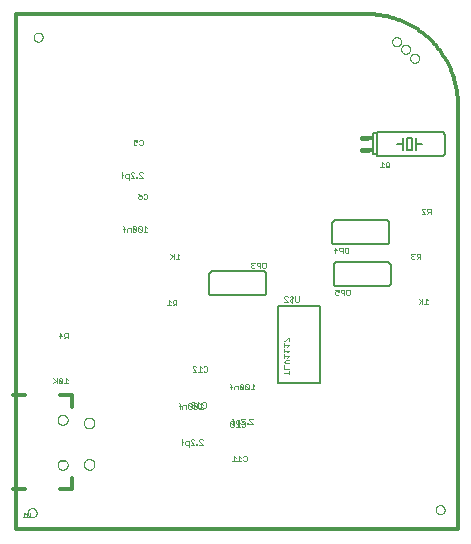
<source format=gbo>
G75*
%MOIN*%
%OFA0B0*%
%FSLAX25Y25*%
%IPPOS*%
%LPD*%
%AMOC8*
5,1,8,0,0,1.08239X$1,22.5*
%
%ADD10C,0.01200*%
%ADD11C,0.00000*%
%ADD12C,0.00200*%
%ADD13C,0.00600*%
%ADD14C,0.01600*%
%ADD15R,0.02300X0.01600*%
%ADD16C,0.00800*%
%ADD17C,0.00100*%
D10*
X0040433Y0036433D02*
X0040433Y0208134D01*
X0157860Y0208134D01*
X0158591Y0208119D01*
X0159321Y0208087D01*
X0160050Y0208036D01*
X0160778Y0207969D01*
X0161504Y0207883D01*
X0162227Y0207780D01*
X0162948Y0207660D01*
X0163666Y0207522D01*
X0164380Y0207368D01*
X0165091Y0207195D01*
X0165797Y0207006D01*
X0166498Y0206800D01*
X0167194Y0206576D01*
X0167884Y0206337D01*
X0168568Y0206080D01*
X0169246Y0205807D01*
X0169918Y0205518D01*
X0170582Y0205212D01*
X0171238Y0204891D01*
X0171886Y0204554D01*
X0172527Y0204201D01*
X0173158Y0203833D01*
X0173780Y0203449D01*
X0174393Y0203051D01*
X0174996Y0202638D01*
X0175589Y0202211D01*
X0176172Y0201769D01*
X0176743Y0201314D01*
X0177304Y0200845D01*
X0177853Y0200362D01*
X0178390Y0199866D01*
X0178915Y0199358D01*
X0179427Y0198837D01*
X0179927Y0198304D01*
X0180414Y0197758D01*
X0180887Y0197202D01*
X0181347Y0196633D01*
X0181793Y0196054D01*
X0182225Y0195465D01*
X0182642Y0194865D01*
X0183045Y0194255D01*
X0183433Y0193636D01*
X0183806Y0193007D01*
X0184164Y0192370D01*
X0184506Y0191724D01*
X0184832Y0191070D01*
X0185143Y0190408D01*
X0185437Y0189739D01*
X0185715Y0189063D01*
X0185977Y0188381D01*
X0186222Y0187692D01*
X0186451Y0186998D01*
X0186663Y0186299D01*
X0186857Y0185594D01*
X0187035Y0184885D01*
X0187195Y0184172D01*
X0187339Y0183455D01*
X0187464Y0182735D01*
X0187573Y0182013D01*
X0187664Y0181287D01*
X0187737Y0180560D01*
X0187793Y0179831D01*
X0187831Y0179101D01*
X0187851Y0178371D01*
X0187854Y0177640D01*
X0187854Y0036433D01*
X0040433Y0036433D01*
X0039559Y0049685D02*
X0043496Y0049685D01*
X0055307Y0049713D02*
X0055307Y0049685D01*
X0055307Y0049713D02*
X0059173Y0049713D01*
X0059244Y0049685D02*
X0059244Y0053622D01*
X0059244Y0077244D02*
X0059244Y0081181D01*
X0055307Y0081181D01*
X0043496Y0081181D02*
X0039559Y0081181D01*
D11*
X0054421Y0072913D02*
X0054423Y0072994D01*
X0054429Y0073076D01*
X0054439Y0073157D01*
X0054453Y0073237D01*
X0054470Y0073316D01*
X0054492Y0073395D01*
X0054517Y0073472D01*
X0054546Y0073549D01*
X0054579Y0073623D01*
X0054616Y0073696D01*
X0054655Y0073767D01*
X0054699Y0073836D01*
X0054745Y0073903D01*
X0054795Y0073967D01*
X0054848Y0074029D01*
X0054904Y0074089D01*
X0054962Y0074145D01*
X0055024Y0074199D01*
X0055088Y0074250D01*
X0055154Y0074297D01*
X0055222Y0074341D01*
X0055293Y0074382D01*
X0055365Y0074419D01*
X0055440Y0074453D01*
X0055515Y0074483D01*
X0055593Y0074509D01*
X0055671Y0074532D01*
X0055750Y0074550D01*
X0055830Y0074565D01*
X0055911Y0074576D01*
X0055992Y0074583D01*
X0056074Y0074586D01*
X0056155Y0074585D01*
X0056236Y0074580D01*
X0056317Y0074571D01*
X0056398Y0074558D01*
X0056478Y0074541D01*
X0056556Y0074521D01*
X0056634Y0074496D01*
X0056711Y0074468D01*
X0056786Y0074436D01*
X0056859Y0074401D01*
X0056930Y0074362D01*
X0057000Y0074319D01*
X0057067Y0074274D01*
X0057133Y0074225D01*
X0057195Y0074173D01*
X0057255Y0074117D01*
X0057312Y0074059D01*
X0057367Y0073999D01*
X0057418Y0073935D01*
X0057466Y0073870D01*
X0057511Y0073802D01*
X0057553Y0073732D01*
X0057591Y0073660D01*
X0057626Y0073586D01*
X0057657Y0073511D01*
X0057684Y0073434D01*
X0057707Y0073356D01*
X0057727Y0073277D01*
X0057743Y0073197D01*
X0057755Y0073116D01*
X0057763Y0073035D01*
X0057767Y0072954D01*
X0057767Y0072872D01*
X0057763Y0072791D01*
X0057755Y0072710D01*
X0057743Y0072629D01*
X0057727Y0072549D01*
X0057707Y0072470D01*
X0057684Y0072392D01*
X0057657Y0072315D01*
X0057626Y0072240D01*
X0057591Y0072166D01*
X0057553Y0072094D01*
X0057511Y0072024D01*
X0057466Y0071956D01*
X0057418Y0071891D01*
X0057367Y0071827D01*
X0057312Y0071767D01*
X0057255Y0071709D01*
X0057195Y0071653D01*
X0057133Y0071601D01*
X0057067Y0071552D01*
X0057000Y0071507D01*
X0056931Y0071464D01*
X0056859Y0071425D01*
X0056786Y0071390D01*
X0056711Y0071358D01*
X0056634Y0071330D01*
X0056556Y0071305D01*
X0056478Y0071285D01*
X0056398Y0071268D01*
X0056317Y0071255D01*
X0056236Y0071246D01*
X0056155Y0071241D01*
X0056074Y0071240D01*
X0055992Y0071243D01*
X0055911Y0071250D01*
X0055830Y0071261D01*
X0055750Y0071276D01*
X0055671Y0071294D01*
X0055593Y0071317D01*
X0055515Y0071343D01*
X0055440Y0071373D01*
X0055365Y0071407D01*
X0055293Y0071444D01*
X0055222Y0071485D01*
X0055154Y0071529D01*
X0055088Y0071576D01*
X0055024Y0071627D01*
X0054962Y0071681D01*
X0054904Y0071737D01*
X0054848Y0071797D01*
X0054795Y0071859D01*
X0054745Y0071923D01*
X0054699Y0071990D01*
X0054655Y0072059D01*
X0054616Y0072130D01*
X0054579Y0072203D01*
X0054546Y0072277D01*
X0054517Y0072354D01*
X0054492Y0072431D01*
X0054470Y0072510D01*
X0054453Y0072589D01*
X0054439Y0072669D01*
X0054429Y0072750D01*
X0054423Y0072832D01*
X0054421Y0072913D01*
X0063161Y0071823D02*
X0063163Y0071907D01*
X0063169Y0071990D01*
X0063179Y0072073D01*
X0063193Y0072156D01*
X0063210Y0072238D01*
X0063232Y0072319D01*
X0063257Y0072398D01*
X0063286Y0072477D01*
X0063319Y0072554D01*
X0063355Y0072629D01*
X0063395Y0072703D01*
X0063438Y0072775D01*
X0063485Y0072844D01*
X0063535Y0072911D01*
X0063588Y0072976D01*
X0063644Y0073038D01*
X0063702Y0073098D01*
X0063764Y0073155D01*
X0063828Y0073208D01*
X0063895Y0073259D01*
X0063964Y0073306D01*
X0064035Y0073351D01*
X0064108Y0073391D01*
X0064183Y0073428D01*
X0064260Y0073462D01*
X0064338Y0073492D01*
X0064417Y0073518D01*
X0064498Y0073541D01*
X0064580Y0073559D01*
X0064662Y0073574D01*
X0064745Y0073585D01*
X0064828Y0073592D01*
X0064912Y0073595D01*
X0064996Y0073594D01*
X0065079Y0073589D01*
X0065163Y0073580D01*
X0065245Y0073567D01*
X0065327Y0073551D01*
X0065408Y0073530D01*
X0065489Y0073506D01*
X0065567Y0073478D01*
X0065645Y0073446D01*
X0065721Y0073410D01*
X0065795Y0073371D01*
X0065867Y0073329D01*
X0065937Y0073283D01*
X0066005Y0073234D01*
X0066070Y0073182D01*
X0066133Y0073127D01*
X0066193Y0073069D01*
X0066251Y0073008D01*
X0066305Y0072944D01*
X0066357Y0072878D01*
X0066405Y0072810D01*
X0066450Y0072739D01*
X0066491Y0072666D01*
X0066530Y0072592D01*
X0066564Y0072516D01*
X0066595Y0072438D01*
X0066622Y0072359D01*
X0066646Y0072278D01*
X0066665Y0072197D01*
X0066681Y0072115D01*
X0066693Y0072032D01*
X0066701Y0071948D01*
X0066705Y0071865D01*
X0066705Y0071781D01*
X0066701Y0071698D01*
X0066693Y0071614D01*
X0066681Y0071531D01*
X0066665Y0071449D01*
X0066646Y0071368D01*
X0066622Y0071287D01*
X0066595Y0071208D01*
X0066564Y0071130D01*
X0066530Y0071054D01*
X0066491Y0070980D01*
X0066450Y0070907D01*
X0066405Y0070836D01*
X0066357Y0070768D01*
X0066305Y0070702D01*
X0066251Y0070638D01*
X0066193Y0070577D01*
X0066133Y0070519D01*
X0066070Y0070464D01*
X0066005Y0070412D01*
X0065937Y0070363D01*
X0065867Y0070317D01*
X0065795Y0070275D01*
X0065721Y0070236D01*
X0065645Y0070200D01*
X0065567Y0070168D01*
X0065489Y0070140D01*
X0065408Y0070116D01*
X0065327Y0070095D01*
X0065245Y0070079D01*
X0065163Y0070066D01*
X0065079Y0070057D01*
X0064996Y0070052D01*
X0064912Y0070051D01*
X0064828Y0070054D01*
X0064745Y0070061D01*
X0064662Y0070072D01*
X0064580Y0070087D01*
X0064498Y0070105D01*
X0064417Y0070128D01*
X0064338Y0070154D01*
X0064260Y0070184D01*
X0064183Y0070218D01*
X0064108Y0070255D01*
X0064035Y0070295D01*
X0063964Y0070340D01*
X0063895Y0070387D01*
X0063828Y0070438D01*
X0063764Y0070491D01*
X0063702Y0070548D01*
X0063644Y0070608D01*
X0063588Y0070670D01*
X0063535Y0070735D01*
X0063485Y0070802D01*
X0063438Y0070871D01*
X0063395Y0070943D01*
X0063355Y0071017D01*
X0063319Y0071092D01*
X0063286Y0071169D01*
X0063257Y0071248D01*
X0063232Y0071327D01*
X0063210Y0071408D01*
X0063193Y0071490D01*
X0063179Y0071573D01*
X0063169Y0071656D01*
X0063163Y0071739D01*
X0063161Y0071823D01*
X0063161Y0058043D02*
X0063163Y0058127D01*
X0063169Y0058210D01*
X0063179Y0058293D01*
X0063193Y0058376D01*
X0063210Y0058458D01*
X0063232Y0058539D01*
X0063257Y0058618D01*
X0063286Y0058697D01*
X0063319Y0058774D01*
X0063355Y0058849D01*
X0063395Y0058923D01*
X0063438Y0058995D01*
X0063485Y0059064D01*
X0063535Y0059131D01*
X0063588Y0059196D01*
X0063644Y0059258D01*
X0063702Y0059318D01*
X0063764Y0059375D01*
X0063828Y0059428D01*
X0063895Y0059479D01*
X0063964Y0059526D01*
X0064035Y0059571D01*
X0064108Y0059611D01*
X0064183Y0059648D01*
X0064260Y0059682D01*
X0064338Y0059712D01*
X0064417Y0059738D01*
X0064498Y0059761D01*
X0064580Y0059779D01*
X0064662Y0059794D01*
X0064745Y0059805D01*
X0064828Y0059812D01*
X0064912Y0059815D01*
X0064996Y0059814D01*
X0065079Y0059809D01*
X0065163Y0059800D01*
X0065245Y0059787D01*
X0065327Y0059771D01*
X0065408Y0059750D01*
X0065489Y0059726D01*
X0065567Y0059698D01*
X0065645Y0059666D01*
X0065721Y0059630D01*
X0065795Y0059591D01*
X0065867Y0059549D01*
X0065937Y0059503D01*
X0066005Y0059454D01*
X0066070Y0059402D01*
X0066133Y0059347D01*
X0066193Y0059289D01*
X0066251Y0059228D01*
X0066305Y0059164D01*
X0066357Y0059098D01*
X0066405Y0059030D01*
X0066450Y0058959D01*
X0066491Y0058886D01*
X0066530Y0058812D01*
X0066564Y0058736D01*
X0066595Y0058658D01*
X0066622Y0058579D01*
X0066646Y0058498D01*
X0066665Y0058417D01*
X0066681Y0058335D01*
X0066693Y0058252D01*
X0066701Y0058168D01*
X0066705Y0058085D01*
X0066705Y0058001D01*
X0066701Y0057918D01*
X0066693Y0057834D01*
X0066681Y0057751D01*
X0066665Y0057669D01*
X0066646Y0057588D01*
X0066622Y0057507D01*
X0066595Y0057428D01*
X0066564Y0057350D01*
X0066530Y0057274D01*
X0066491Y0057200D01*
X0066450Y0057127D01*
X0066405Y0057056D01*
X0066357Y0056988D01*
X0066305Y0056922D01*
X0066251Y0056858D01*
X0066193Y0056797D01*
X0066133Y0056739D01*
X0066070Y0056684D01*
X0066005Y0056632D01*
X0065937Y0056583D01*
X0065867Y0056537D01*
X0065795Y0056495D01*
X0065721Y0056456D01*
X0065645Y0056420D01*
X0065567Y0056388D01*
X0065489Y0056360D01*
X0065408Y0056336D01*
X0065327Y0056315D01*
X0065245Y0056299D01*
X0065163Y0056286D01*
X0065079Y0056277D01*
X0064996Y0056272D01*
X0064912Y0056271D01*
X0064828Y0056274D01*
X0064745Y0056281D01*
X0064662Y0056292D01*
X0064580Y0056307D01*
X0064498Y0056325D01*
X0064417Y0056348D01*
X0064338Y0056374D01*
X0064260Y0056404D01*
X0064183Y0056438D01*
X0064108Y0056475D01*
X0064035Y0056515D01*
X0063964Y0056560D01*
X0063895Y0056607D01*
X0063828Y0056658D01*
X0063764Y0056711D01*
X0063702Y0056768D01*
X0063644Y0056828D01*
X0063588Y0056890D01*
X0063535Y0056955D01*
X0063485Y0057022D01*
X0063438Y0057091D01*
X0063395Y0057163D01*
X0063355Y0057237D01*
X0063319Y0057312D01*
X0063286Y0057389D01*
X0063257Y0057468D01*
X0063232Y0057547D01*
X0063210Y0057628D01*
X0063193Y0057710D01*
X0063179Y0057793D01*
X0063169Y0057876D01*
X0063163Y0057959D01*
X0063161Y0058043D01*
X0057273Y0059133D02*
X0054913Y0059133D01*
X0054421Y0057953D02*
X0054423Y0058034D01*
X0054429Y0058116D01*
X0054439Y0058197D01*
X0054453Y0058277D01*
X0054470Y0058356D01*
X0054492Y0058435D01*
X0054517Y0058512D01*
X0054546Y0058589D01*
X0054579Y0058663D01*
X0054616Y0058736D01*
X0054655Y0058807D01*
X0054699Y0058876D01*
X0054745Y0058943D01*
X0054795Y0059007D01*
X0054848Y0059069D01*
X0054904Y0059129D01*
X0054962Y0059185D01*
X0055024Y0059239D01*
X0055088Y0059290D01*
X0055154Y0059337D01*
X0055222Y0059381D01*
X0055293Y0059422D01*
X0055365Y0059459D01*
X0055440Y0059493D01*
X0055515Y0059523D01*
X0055593Y0059549D01*
X0055671Y0059572D01*
X0055750Y0059590D01*
X0055830Y0059605D01*
X0055911Y0059616D01*
X0055992Y0059623D01*
X0056074Y0059626D01*
X0056155Y0059625D01*
X0056236Y0059620D01*
X0056317Y0059611D01*
X0056398Y0059598D01*
X0056478Y0059581D01*
X0056556Y0059561D01*
X0056634Y0059536D01*
X0056711Y0059508D01*
X0056786Y0059476D01*
X0056859Y0059441D01*
X0056930Y0059402D01*
X0057000Y0059359D01*
X0057067Y0059314D01*
X0057133Y0059265D01*
X0057195Y0059213D01*
X0057255Y0059157D01*
X0057312Y0059099D01*
X0057367Y0059039D01*
X0057418Y0058975D01*
X0057466Y0058910D01*
X0057511Y0058842D01*
X0057553Y0058772D01*
X0057591Y0058700D01*
X0057626Y0058626D01*
X0057657Y0058551D01*
X0057684Y0058474D01*
X0057707Y0058396D01*
X0057727Y0058317D01*
X0057743Y0058237D01*
X0057755Y0058156D01*
X0057763Y0058075D01*
X0057767Y0057994D01*
X0057767Y0057912D01*
X0057763Y0057831D01*
X0057755Y0057750D01*
X0057743Y0057669D01*
X0057727Y0057589D01*
X0057707Y0057510D01*
X0057684Y0057432D01*
X0057657Y0057355D01*
X0057626Y0057280D01*
X0057591Y0057206D01*
X0057553Y0057134D01*
X0057511Y0057064D01*
X0057466Y0056996D01*
X0057418Y0056931D01*
X0057367Y0056867D01*
X0057312Y0056807D01*
X0057255Y0056749D01*
X0057195Y0056693D01*
X0057133Y0056641D01*
X0057067Y0056592D01*
X0057000Y0056547D01*
X0056931Y0056504D01*
X0056859Y0056465D01*
X0056786Y0056430D01*
X0056711Y0056398D01*
X0056634Y0056370D01*
X0056556Y0056345D01*
X0056478Y0056325D01*
X0056398Y0056308D01*
X0056317Y0056295D01*
X0056236Y0056286D01*
X0056155Y0056281D01*
X0056074Y0056280D01*
X0055992Y0056283D01*
X0055911Y0056290D01*
X0055830Y0056301D01*
X0055750Y0056316D01*
X0055671Y0056334D01*
X0055593Y0056357D01*
X0055515Y0056383D01*
X0055440Y0056413D01*
X0055365Y0056447D01*
X0055293Y0056484D01*
X0055222Y0056525D01*
X0055154Y0056569D01*
X0055088Y0056616D01*
X0055024Y0056667D01*
X0054962Y0056721D01*
X0054904Y0056777D01*
X0054848Y0056837D01*
X0054795Y0056899D01*
X0054745Y0056963D01*
X0054699Y0057030D01*
X0054655Y0057099D01*
X0054616Y0057170D01*
X0054579Y0057243D01*
X0054546Y0057317D01*
X0054517Y0057394D01*
X0054492Y0057471D01*
X0054470Y0057550D01*
X0054453Y0057629D01*
X0054439Y0057709D01*
X0054429Y0057790D01*
X0054423Y0057872D01*
X0054421Y0057953D01*
X0044433Y0041933D02*
X0044435Y0042010D01*
X0044441Y0042087D01*
X0044451Y0042164D01*
X0044465Y0042240D01*
X0044482Y0042315D01*
X0044504Y0042389D01*
X0044529Y0042462D01*
X0044559Y0042534D01*
X0044591Y0042604D01*
X0044628Y0042672D01*
X0044667Y0042738D01*
X0044710Y0042802D01*
X0044757Y0042864D01*
X0044806Y0042923D01*
X0044859Y0042980D01*
X0044914Y0043034D01*
X0044972Y0043085D01*
X0045033Y0043133D01*
X0045096Y0043178D01*
X0045161Y0043219D01*
X0045228Y0043257D01*
X0045297Y0043292D01*
X0045368Y0043322D01*
X0045440Y0043350D01*
X0045514Y0043373D01*
X0045588Y0043393D01*
X0045664Y0043409D01*
X0045740Y0043421D01*
X0045817Y0043429D01*
X0045894Y0043433D01*
X0045972Y0043433D01*
X0046049Y0043429D01*
X0046126Y0043421D01*
X0046202Y0043409D01*
X0046278Y0043393D01*
X0046352Y0043373D01*
X0046426Y0043350D01*
X0046498Y0043322D01*
X0046569Y0043292D01*
X0046638Y0043257D01*
X0046705Y0043219D01*
X0046770Y0043178D01*
X0046833Y0043133D01*
X0046894Y0043085D01*
X0046952Y0043034D01*
X0047007Y0042980D01*
X0047060Y0042923D01*
X0047109Y0042864D01*
X0047156Y0042802D01*
X0047199Y0042738D01*
X0047238Y0042672D01*
X0047275Y0042604D01*
X0047307Y0042534D01*
X0047337Y0042462D01*
X0047362Y0042389D01*
X0047384Y0042315D01*
X0047401Y0042240D01*
X0047415Y0042164D01*
X0047425Y0042087D01*
X0047431Y0042010D01*
X0047433Y0041933D01*
X0047431Y0041856D01*
X0047425Y0041779D01*
X0047415Y0041702D01*
X0047401Y0041626D01*
X0047384Y0041551D01*
X0047362Y0041477D01*
X0047337Y0041404D01*
X0047307Y0041332D01*
X0047275Y0041262D01*
X0047238Y0041194D01*
X0047199Y0041128D01*
X0047156Y0041064D01*
X0047109Y0041002D01*
X0047060Y0040943D01*
X0047007Y0040886D01*
X0046952Y0040832D01*
X0046894Y0040781D01*
X0046833Y0040733D01*
X0046770Y0040688D01*
X0046705Y0040647D01*
X0046638Y0040609D01*
X0046569Y0040574D01*
X0046498Y0040544D01*
X0046426Y0040516D01*
X0046352Y0040493D01*
X0046278Y0040473D01*
X0046202Y0040457D01*
X0046126Y0040445D01*
X0046049Y0040437D01*
X0045972Y0040433D01*
X0045894Y0040433D01*
X0045817Y0040437D01*
X0045740Y0040445D01*
X0045664Y0040457D01*
X0045588Y0040473D01*
X0045514Y0040493D01*
X0045440Y0040516D01*
X0045368Y0040544D01*
X0045297Y0040574D01*
X0045228Y0040609D01*
X0045161Y0040647D01*
X0045096Y0040688D01*
X0045033Y0040733D01*
X0044972Y0040781D01*
X0044914Y0040832D01*
X0044859Y0040886D01*
X0044806Y0040943D01*
X0044757Y0041002D01*
X0044710Y0041064D01*
X0044667Y0041128D01*
X0044628Y0041194D01*
X0044591Y0041262D01*
X0044559Y0041332D01*
X0044529Y0041404D01*
X0044504Y0041477D01*
X0044482Y0041551D01*
X0044465Y0041626D01*
X0044451Y0041702D01*
X0044441Y0041779D01*
X0044435Y0041856D01*
X0044433Y0041933D01*
X0171933Y0193433D02*
X0171935Y0193510D01*
X0171941Y0193587D01*
X0171951Y0193664D01*
X0171965Y0193740D01*
X0171982Y0193815D01*
X0172004Y0193889D01*
X0172029Y0193962D01*
X0172059Y0194034D01*
X0172091Y0194104D01*
X0172128Y0194172D01*
X0172167Y0194238D01*
X0172210Y0194302D01*
X0172257Y0194364D01*
X0172306Y0194423D01*
X0172359Y0194480D01*
X0172414Y0194534D01*
X0172472Y0194585D01*
X0172533Y0194633D01*
X0172596Y0194678D01*
X0172661Y0194719D01*
X0172728Y0194757D01*
X0172797Y0194792D01*
X0172868Y0194822D01*
X0172940Y0194850D01*
X0173014Y0194873D01*
X0173088Y0194893D01*
X0173164Y0194909D01*
X0173240Y0194921D01*
X0173317Y0194929D01*
X0173394Y0194933D01*
X0173472Y0194933D01*
X0173549Y0194929D01*
X0173626Y0194921D01*
X0173702Y0194909D01*
X0173778Y0194893D01*
X0173852Y0194873D01*
X0173926Y0194850D01*
X0173998Y0194822D01*
X0174069Y0194792D01*
X0174138Y0194757D01*
X0174205Y0194719D01*
X0174270Y0194678D01*
X0174333Y0194633D01*
X0174394Y0194585D01*
X0174452Y0194534D01*
X0174507Y0194480D01*
X0174560Y0194423D01*
X0174609Y0194364D01*
X0174656Y0194302D01*
X0174699Y0194238D01*
X0174738Y0194172D01*
X0174775Y0194104D01*
X0174807Y0194034D01*
X0174837Y0193962D01*
X0174862Y0193889D01*
X0174884Y0193815D01*
X0174901Y0193740D01*
X0174915Y0193664D01*
X0174925Y0193587D01*
X0174931Y0193510D01*
X0174933Y0193433D01*
X0174931Y0193356D01*
X0174925Y0193279D01*
X0174915Y0193202D01*
X0174901Y0193126D01*
X0174884Y0193051D01*
X0174862Y0192977D01*
X0174837Y0192904D01*
X0174807Y0192832D01*
X0174775Y0192762D01*
X0174738Y0192694D01*
X0174699Y0192628D01*
X0174656Y0192564D01*
X0174609Y0192502D01*
X0174560Y0192443D01*
X0174507Y0192386D01*
X0174452Y0192332D01*
X0174394Y0192281D01*
X0174333Y0192233D01*
X0174270Y0192188D01*
X0174205Y0192147D01*
X0174138Y0192109D01*
X0174069Y0192074D01*
X0173998Y0192044D01*
X0173926Y0192016D01*
X0173852Y0191993D01*
X0173778Y0191973D01*
X0173702Y0191957D01*
X0173626Y0191945D01*
X0173549Y0191937D01*
X0173472Y0191933D01*
X0173394Y0191933D01*
X0173317Y0191937D01*
X0173240Y0191945D01*
X0173164Y0191957D01*
X0173088Y0191973D01*
X0173014Y0191993D01*
X0172940Y0192016D01*
X0172868Y0192044D01*
X0172797Y0192074D01*
X0172728Y0192109D01*
X0172661Y0192147D01*
X0172596Y0192188D01*
X0172533Y0192233D01*
X0172472Y0192281D01*
X0172414Y0192332D01*
X0172359Y0192386D01*
X0172306Y0192443D01*
X0172257Y0192502D01*
X0172210Y0192564D01*
X0172167Y0192628D01*
X0172128Y0192694D01*
X0172091Y0192762D01*
X0172059Y0192832D01*
X0172029Y0192904D01*
X0172004Y0192977D01*
X0171982Y0193051D01*
X0171965Y0193126D01*
X0171951Y0193202D01*
X0171941Y0193279D01*
X0171935Y0193356D01*
X0171933Y0193433D01*
X0168933Y0196433D02*
X0168935Y0196510D01*
X0168941Y0196587D01*
X0168951Y0196664D01*
X0168965Y0196740D01*
X0168982Y0196815D01*
X0169004Y0196889D01*
X0169029Y0196962D01*
X0169059Y0197034D01*
X0169091Y0197104D01*
X0169128Y0197172D01*
X0169167Y0197238D01*
X0169210Y0197302D01*
X0169257Y0197364D01*
X0169306Y0197423D01*
X0169359Y0197480D01*
X0169414Y0197534D01*
X0169472Y0197585D01*
X0169533Y0197633D01*
X0169596Y0197678D01*
X0169661Y0197719D01*
X0169728Y0197757D01*
X0169797Y0197792D01*
X0169868Y0197822D01*
X0169940Y0197850D01*
X0170014Y0197873D01*
X0170088Y0197893D01*
X0170164Y0197909D01*
X0170240Y0197921D01*
X0170317Y0197929D01*
X0170394Y0197933D01*
X0170472Y0197933D01*
X0170549Y0197929D01*
X0170626Y0197921D01*
X0170702Y0197909D01*
X0170778Y0197893D01*
X0170852Y0197873D01*
X0170926Y0197850D01*
X0170998Y0197822D01*
X0171069Y0197792D01*
X0171138Y0197757D01*
X0171205Y0197719D01*
X0171270Y0197678D01*
X0171333Y0197633D01*
X0171394Y0197585D01*
X0171452Y0197534D01*
X0171507Y0197480D01*
X0171560Y0197423D01*
X0171609Y0197364D01*
X0171656Y0197302D01*
X0171699Y0197238D01*
X0171738Y0197172D01*
X0171775Y0197104D01*
X0171807Y0197034D01*
X0171837Y0196962D01*
X0171862Y0196889D01*
X0171884Y0196815D01*
X0171901Y0196740D01*
X0171915Y0196664D01*
X0171925Y0196587D01*
X0171931Y0196510D01*
X0171933Y0196433D01*
X0171931Y0196356D01*
X0171925Y0196279D01*
X0171915Y0196202D01*
X0171901Y0196126D01*
X0171884Y0196051D01*
X0171862Y0195977D01*
X0171837Y0195904D01*
X0171807Y0195832D01*
X0171775Y0195762D01*
X0171738Y0195694D01*
X0171699Y0195628D01*
X0171656Y0195564D01*
X0171609Y0195502D01*
X0171560Y0195443D01*
X0171507Y0195386D01*
X0171452Y0195332D01*
X0171394Y0195281D01*
X0171333Y0195233D01*
X0171270Y0195188D01*
X0171205Y0195147D01*
X0171138Y0195109D01*
X0171069Y0195074D01*
X0170998Y0195044D01*
X0170926Y0195016D01*
X0170852Y0194993D01*
X0170778Y0194973D01*
X0170702Y0194957D01*
X0170626Y0194945D01*
X0170549Y0194937D01*
X0170472Y0194933D01*
X0170394Y0194933D01*
X0170317Y0194937D01*
X0170240Y0194945D01*
X0170164Y0194957D01*
X0170088Y0194973D01*
X0170014Y0194993D01*
X0169940Y0195016D01*
X0169868Y0195044D01*
X0169797Y0195074D01*
X0169728Y0195109D01*
X0169661Y0195147D01*
X0169596Y0195188D01*
X0169533Y0195233D01*
X0169472Y0195281D01*
X0169414Y0195332D01*
X0169359Y0195386D01*
X0169306Y0195443D01*
X0169257Y0195502D01*
X0169210Y0195564D01*
X0169167Y0195628D01*
X0169128Y0195694D01*
X0169091Y0195762D01*
X0169059Y0195832D01*
X0169029Y0195904D01*
X0169004Y0195977D01*
X0168982Y0196051D01*
X0168965Y0196126D01*
X0168951Y0196202D01*
X0168941Y0196279D01*
X0168935Y0196356D01*
X0168933Y0196433D01*
X0165933Y0198933D02*
X0165935Y0199010D01*
X0165941Y0199087D01*
X0165951Y0199164D01*
X0165965Y0199240D01*
X0165982Y0199315D01*
X0166004Y0199389D01*
X0166029Y0199462D01*
X0166059Y0199534D01*
X0166091Y0199604D01*
X0166128Y0199672D01*
X0166167Y0199738D01*
X0166210Y0199802D01*
X0166257Y0199864D01*
X0166306Y0199923D01*
X0166359Y0199980D01*
X0166414Y0200034D01*
X0166472Y0200085D01*
X0166533Y0200133D01*
X0166596Y0200178D01*
X0166661Y0200219D01*
X0166728Y0200257D01*
X0166797Y0200292D01*
X0166868Y0200322D01*
X0166940Y0200350D01*
X0167014Y0200373D01*
X0167088Y0200393D01*
X0167164Y0200409D01*
X0167240Y0200421D01*
X0167317Y0200429D01*
X0167394Y0200433D01*
X0167472Y0200433D01*
X0167549Y0200429D01*
X0167626Y0200421D01*
X0167702Y0200409D01*
X0167778Y0200393D01*
X0167852Y0200373D01*
X0167926Y0200350D01*
X0167998Y0200322D01*
X0168069Y0200292D01*
X0168138Y0200257D01*
X0168205Y0200219D01*
X0168270Y0200178D01*
X0168333Y0200133D01*
X0168394Y0200085D01*
X0168452Y0200034D01*
X0168507Y0199980D01*
X0168560Y0199923D01*
X0168609Y0199864D01*
X0168656Y0199802D01*
X0168699Y0199738D01*
X0168738Y0199672D01*
X0168775Y0199604D01*
X0168807Y0199534D01*
X0168837Y0199462D01*
X0168862Y0199389D01*
X0168884Y0199315D01*
X0168901Y0199240D01*
X0168915Y0199164D01*
X0168925Y0199087D01*
X0168931Y0199010D01*
X0168933Y0198933D01*
X0168931Y0198856D01*
X0168925Y0198779D01*
X0168915Y0198702D01*
X0168901Y0198626D01*
X0168884Y0198551D01*
X0168862Y0198477D01*
X0168837Y0198404D01*
X0168807Y0198332D01*
X0168775Y0198262D01*
X0168738Y0198194D01*
X0168699Y0198128D01*
X0168656Y0198064D01*
X0168609Y0198002D01*
X0168560Y0197943D01*
X0168507Y0197886D01*
X0168452Y0197832D01*
X0168394Y0197781D01*
X0168333Y0197733D01*
X0168270Y0197688D01*
X0168205Y0197647D01*
X0168138Y0197609D01*
X0168069Y0197574D01*
X0167998Y0197544D01*
X0167926Y0197516D01*
X0167852Y0197493D01*
X0167778Y0197473D01*
X0167702Y0197457D01*
X0167626Y0197445D01*
X0167549Y0197437D01*
X0167472Y0197433D01*
X0167394Y0197433D01*
X0167317Y0197437D01*
X0167240Y0197445D01*
X0167164Y0197457D01*
X0167088Y0197473D01*
X0167014Y0197493D01*
X0166940Y0197516D01*
X0166868Y0197544D01*
X0166797Y0197574D01*
X0166728Y0197609D01*
X0166661Y0197647D01*
X0166596Y0197688D01*
X0166533Y0197733D01*
X0166472Y0197781D01*
X0166414Y0197832D01*
X0166359Y0197886D01*
X0166306Y0197943D01*
X0166257Y0198002D01*
X0166210Y0198064D01*
X0166167Y0198128D01*
X0166128Y0198194D01*
X0166091Y0198262D01*
X0166059Y0198332D01*
X0166029Y0198404D01*
X0166004Y0198477D01*
X0165982Y0198551D01*
X0165965Y0198626D01*
X0165951Y0198702D01*
X0165941Y0198779D01*
X0165935Y0198856D01*
X0165933Y0198933D01*
X0046433Y0200433D02*
X0046435Y0200510D01*
X0046441Y0200587D01*
X0046451Y0200664D01*
X0046465Y0200740D01*
X0046482Y0200815D01*
X0046504Y0200889D01*
X0046529Y0200962D01*
X0046559Y0201034D01*
X0046591Y0201104D01*
X0046628Y0201172D01*
X0046667Y0201238D01*
X0046710Y0201302D01*
X0046757Y0201364D01*
X0046806Y0201423D01*
X0046859Y0201480D01*
X0046914Y0201534D01*
X0046972Y0201585D01*
X0047033Y0201633D01*
X0047096Y0201678D01*
X0047161Y0201719D01*
X0047228Y0201757D01*
X0047297Y0201792D01*
X0047368Y0201822D01*
X0047440Y0201850D01*
X0047514Y0201873D01*
X0047588Y0201893D01*
X0047664Y0201909D01*
X0047740Y0201921D01*
X0047817Y0201929D01*
X0047894Y0201933D01*
X0047972Y0201933D01*
X0048049Y0201929D01*
X0048126Y0201921D01*
X0048202Y0201909D01*
X0048278Y0201893D01*
X0048352Y0201873D01*
X0048426Y0201850D01*
X0048498Y0201822D01*
X0048569Y0201792D01*
X0048638Y0201757D01*
X0048705Y0201719D01*
X0048770Y0201678D01*
X0048833Y0201633D01*
X0048894Y0201585D01*
X0048952Y0201534D01*
X0049007Y0201480D01*
X0049060Y0201423D01*
X0049109Y0201364D01*
X0049156Y0201302D01*
X0049199Y0201238D01*
X0049238Y0201172D01*
X0049275Y0201104D01*
X0049307Y0201034D01*
X0049337Y0200962D01*
X0049362Y0200889D01*
X0049384Y0200815D01*
X0049401Y0200740D01*
X0049415Y0200664D01*
X0049425Y0200587D01*
X0049431Y0200510D01*
X0049433Y0200433D01*
X0049431Y0200356D01*
X0049425Y0200279D01*
X0049415Y0200202D01*
X0049401Y0200126D01*
X0049384Y0200051D01*
X0049362Y0199977D01*
X0049337Y0199904D01*
X0049307Y0199832D01*
X0049275Y0199762D01*
X0049238Y0199694D01*
X0049199Y0199628D01*
X0049156Y0199564D01*
X0049109Y0199502D01*
X0049060Y0199443D01*
X0049007Y0199386D01*
X0048952Y0199332D01*
X0048894Y0199281D01*
X0048833Y0199233D01*
X0048770Y0199188D01*
X0048705Y0199147D01*
X0048638Y0199109D01*
X0048569Y0199074D01*
X0048498Y0199044D01*
X0048426Y0199016D01*
X0048352Y0198993D01*
X0048278Y0198973D01*
X0048202Y0198957D01*
X0048126Y0198945D01*
X0048049Y0198937D01*
X0047972Y0198933D01*
X0047894Y0198933D01*
X0047817Y0198937D01*
X0047740Y0198945D01*
X0047664Y0198957D01*
X0047588Y0198973D01*
X0047514Y0198993D01*
X0047440Y0199016D01*
X0047368Y0199044D01*
X0047297Y0199074D01*
X0047228Y0199109D01*
X0047161Y0199147D01*
X0047096Y0199188D01*
X0047033Y0199233D01*
X0046972Y0199281D01*
X0046914Y0199332D01*
X0046859Y0199386D01*
X0046806Y0199443D01*
X0046757Y0199502D01*
X0046710Y0199564D01*
X0046667Y0199628D01*
X0046628Y0199694D01*
X0046591Y0199762D01*
X0046559Y0199832D01*
X0046529Y0199904D01*
X0046504Y0199977D01*
X0046482Y0200051D01*
X0046465Y0200126D01*
X0046451Y0200202D01*
X0046441Y0200279D01*
X0046435Y0200356D01*
X0046433Y0200433D01*
X0180433Y0042933D02*
X0180435Y0043010D01*
X0180441Y0043087D01*
X0180451Y0043164D01*
X0180465Y0043240D01*
X0180482Y0043315D01*
X0180504Y0043389D01*
X0180529Y0043462D01*
X0180559Y0043534D01*
X0180591Y0043604D01*
X0180628Y0043672D01*
X0180667Y0043738D01*
X0180710Y0043802D01*
X0180757Y0043864D01*
X0180806Y0043923D01*
X0180859Y0043980D01*
X0180914Y0044034D01*
X0180972Y0044085D01*
X0181033Y0044133D01*
X0181096Y0044178D01*
X0181161Y0044219D01*
X0181228Y0044257D01*
X0181297Y0044292D01*
X0181368Y0044322D01*
X0181440Y0044350D01*
X0181514Y0044373D01*
X0181588Y0044393D01*
X0181664Y0044409D01*
X0181740Y0044421D01*
X0181817Y0044429D01*
X0181894Y0044433D01*
X0181972Y0044433D01*
X0182049Y0044429D01*
X0182126Y0044421D01*
X0182202Y0044409D01*
X0182278Y0044393D01*
X0182352Y0044373D01*
X0182426Y0044350D01*
X0182498Y0044322D01*
X0182569Y0044292D01*
X0182638Y0044257D01*
X0182705Y0044219D01*
X0182770Y0044178D01*
X0182833Y0044133D01*
X0182894Y0044085D01*
X0182952Y0044034D01*
X0183007Y0043980D01*
X0183060Y0043923D01*
X0183109Y0043864D01*
X0183156Y0043802D01*
X0183199Y0043738D01*
X0183238Y0043672D01*
X0183275Y0043604D01*
X0183307Y0043534D01*
X0183337Y0043462D01*
X0183362Y0043389D01*
X0183384Y0043315D01*
X0183401Y0043240D01*
X0183415Y0043164D01*
X0183425Y0043087D01*
X0183431Y0043010D01*
X0183433Y0042933D01*
X0183431Y0042856D01*
X0183425Y0042779D01*
X0183415Y0042702D01*
X0183401Y0042626D01*
X0183384Y0042551D01*
X0183362Y0042477D01*
X0183337Y0042404D01*
X0183307Y0042332D01*
X0183275Y0042262D01*
X0183238Y0042194D01*
X0183199Y0042128D01*
X0183156Y0042064D01*
X0183109Y0042002D01*
X0183060Y0041943D01*
X0183007Y0041886D01*
X0182952Y0041832D01*
X0182894Y0041781D01*
X0182833Y0041733D01*
X0182770Y0041688D01*
X0182705Y0041647D01*
X0182638Y0041609D01*
X0182569Y0041574D01*
X0182498Y0041544D01*
X0182426Y0041516D01*
X0182352Y0041493D01*
X0182278Y0041473D01*
X0182202Y0041457D01*
X0182126Y0041445D01*
X0182049Y0041437D01*
X0181972Y0041433D01*
X0181894Y0041433D01*
X0181817Y0041437D01*
X0181740Y0041445D01*
X0181664Y0041457D01*
X0181588Y0041473D01*
X0181514Y0041493D01*
X0181440Y0041516D01*
X0181368Y0041544D01*
X0181297Y0041574D01*
X0181228Y0041609D01*
X0181161Y0041647D01*
X0181096Y0041688D01*
X0181033Y0041733D01*
X0180972Y0041781D01*
X0180914Y0041832D01*
X0180859Y0041886D01*
X0180806Y0041943D01*
X0180757Y0042002D01*
X0180710Y0042064D01*
X0180667Y0042128D01*
X0180628Y0042194D01*
X0180591Y0042262D01*
X0180559Y0042332D01*
X0180529Y0042404D01*
X0180504Y0042477D01*
X0180482Y0042551D01*
X0180465Y0042626D01*
X0180451Y0042702D01*
X0180441Y0042779D01*
X0180435Y0042856D01*
X0180433Y0042933D01*
D12*
X0131635Y0088033D02*
X0131635Y0089234D01*
X0131635Y0088634D02*
X0129833Y0088634D01*
X0129833Y0089875D02*
X0129833Y0091076D01*
X0130434Y0091716D02*
X0129833Y0092317D01*
X0130434Y0092917D01*
X0131635Y0092917D01*
X0131034Y0093558D02*
X0131635Y0094158D01*
X0129833Y0094158D01*
X0129833Y0093558D02*
X0129833Y0094759D01*
X0129833Y0095399D02*
X0129833Y0096600D01*
X0129833Y0096000D02*
X0131635Y0096000D01*
X0131034Y0095399D01*
X0131034Y0097241D02*
X0131635Y0097841D01*
X0129833Y0097841D01*
X0129833Y0097241D02*
X0129833Y0098442D01*
X0129833Y0099083D02*
X0130133Y0099083D01*
X0131334Y0100284D01*
X0131635Y0100284D01*
X0131635Y0099083D01*
X0131635Y0091716D02*
X0130434Y0091716D01*
X0129833Y0089875D02*
X0131635Y0089875D01*
X0119990Y0084214D02*
X0119390Y0084815D01*
X0119390Y0083013D01*
X0119990Y0083013D02*
X0118789Y0083013D01*
X0118148Y0083314D02*
X0116947Y0084515D01*
X0116947Y0083314D01*
X0117248Y0083013D01*
X0117848Y0083013D01*
X0118148Y0083314D01*
X0118148Y0084515D01*
X0117848Y0084815D01*
X0117248Y0084815D01*
X0116947Y0084515D01*
X0116307Y0084515D02*
X0116007Y0084815D01*
X0115406Y0084815D01*
X0115106Y0084515D01*
X0116307Y0083314D01*
X0116007Y0083013D01*
X0115406Y0083013D01*
X0115106Y0083314D01*
X0115106Y0084515D01*
X0114465Y0084214D02*
X0113565Y0084214D01*
X0113264Y0083914D01*
X0113264Y0083013D01*
X0112324Y0083013D02*
X0112324Y0084515D01*
X0112023Y0084815D01*
X0112023Y0083914D02*
X0112624Y0083914D01*
X0114465Y0084214D02*
X0114465Y0083013D01*
X0116307Y0083314D02*
X0116307Y0084515D01*
X0116507Y0073315D02*
X0115906Y0073315D01*
X0115606Y0073015D01*
X0115606Y0072714D01*
X0116807Y0071513D01*
X0115606Y0071513D01*
X0115720Y0072089D02*
X0116020Y0072390D01*
X0116621Y0072390D01*
X0116921Y0072089D01*
X0116921Y0070888D01*
X0116621Y0070588D01*
X0116020Y0070588D01*
X0115720Y0070888D01*
X0115079Y0070588D02*
X0113878Y0070588D01*
X0114479Y0070588D02*
X0114479Y0072390D01*
X0115079Y0071789D01*
X0114965Y0071513D02*
X0114065Y0071513D01*
X0113764Y0071814D01*
X0113764Y0072414D01*
X0114065Y0072714D01*
X0114965Y0072714D01*
X0114965Y0070913D01*
X0113238Y0070888D02*
X0112937Y0070588D01*
X0112337Y0070588D01*
X0112037Y0070888D01*
X0112037Y0072089D01*
X0113238Y0070888D01*
X0113238Y0072089D01*
X0112937Y0072390D01*
X0112337Y0072390D01*
X0112037Y0072089D01*
X0112523Y0072414D02*
X0113124Y0072414D01*
X0112824Y0073015D02*
X0112824Y0071513D01*
X0112824Y0073015D02*
X0112523Y0073315D01*
X0116507Y0073315D02*
X0116807Y0073015D01*
X0117427Y0071814D02*
X0117427Y0071513D01*
X0117728Y0071513D01*
X0117728Y0071814D01*
X0117427Y0071814D01*
X0118368Y0071513D02*
X0119569Y0071513D01*
X0118368Y0072714D01*
X0118368Y0073015D01*
X0118669Y0073315D01*
X0119269Y0073315D01*
X0119569Y0073015D01*
X0117121Y0060890D02*
X0117421Y0060589D01*
X0117421Y0059388D01*
X0117121Y0059088D01*
X0116520Y0059088D01*
X0116220Y0059388D01*
X0115579Y0059088D02*
X0114378Y0059088D01*
X0114979Y0059088D02*
X0114979Y0060890D01*
X0115579Y0060289D01*
X0116220Y0060589D02*
X0116520Y0060890D01*
X0117121Y0060890D01*
X0113738Y0060289D02*
X0113137Y0060890D01*
X0113137Y0059088D01*
X0112537Y0059088D02*
X0113738Y0059088D01*
X0102770Y0064553D02*
X0101569Y0065754D01*
X0101569Y0066054D01*
X0101869Y0066354D01*
X0102470Y0066354D01*
X0102770Y0066054D01*
X0102770Y0064553D02*
X0101569Y0064553D01*
X0100929Y0064553D02*
X0100628Y0064553D01*
X0100628Y0064853D01*
X0100929Y0064853D01*
X0100929Y0064553D01*
X0100008Y0064553D02*
X0098807Y0065754D01*
X0098807Y0066054D01*
X0099107Y0066354D01*
X0099707Y0066354D01*
X0100008Y0066054D01*
X0100008Y0064553D02*
X0098807Y0064553D01*
X0098166Y0064553D02*
X0097265Y0064553D01*
X0096965Y0064853D01*
X0096965Y0065454D01*
X0097265Y0065754D01*
X0098166Y0065754D01*
X0098166Y0063952D01*
X0096024Y0064553D02*
X0096024Y0066054D01*
X0095724Y0066354D01*
X0095724Y0065454D02*
X0096325Y0065454D01*
X0096044Y0076553D02*
X0096044Y0077454D01*
X0096345Y0077754D01*
X0097245Y0077754D01*
X0097245Y0076553D01*
X0097886Y0076853D02*
X0098186Y0076553D01*
X0098787Y0076553D01*
X0099087Y0076853D01*
X0097886Y0078054D01*
X0097886Y0076853D01*
X0098886Y0077278D02*
X0099186Y0076978D01*
X0099787Y0076978D01*
X0100087Y0077278D01*
X0099727Y0076853D02*
X0099727Y0078054D01*
X0100929Y0076853D01*
X0100628Y0076553D01*
X0100028Y0076553D01*
X0099727Y0076853D01*
X0099087Y0076853D02*
X0099087Y0078054D01*
X0098787Y0078354D01*
X0098186Y0078354D01*
X0097886Y0078054D01*
X0098886Y0078179D02*
X0099186Y0077879D01*
X0098886Y0077578D01*
X0098886Y0077278D01*
X0099186Y0077879D02*
X0099486Y0077879D01*
X0099727Y0078054D02*
X0100028Y0078354D01*
X0100628Y0078354D01*
X0100929Y0078054D01*
X0100929Y0076853D01*
X0100727Y0076978D02*
X0101929Y0076978D01*
X0102170Y0076553D02*
X0102170Y0078354D01*
X0102770Y0077754D01*
X0102569Y0077278D02*
X0102869Y0076978D01*
X0103470Y0076978D01*
X0103770Y0077278D01*
X0103770Y0078479D01*
X0103470Y0078779D01*
X0102869Y0078779D01*
X0102569Y0078479D01*
X0101929Y0078179D02*
X0101328Y0078779D01*
X0101328Y0076978D01*
X0101569Y0076553D02*
X0102770Y0076553D01*
X0100087Y0078479D02*
X0099787Y0078779D01*
X0099186Y0078779D01*
X0098886Y0078479D01*
X0098886Y0078179D01*
X0095404Y0077454D02*
X0094803Y0077454D01*
X0095104Y0078054D02*
X0094803Y0078354D01*
X0095104Y0078054D02*
X0095104Y0076553D01*
X0099386Y0088978D02*
X0100587Y0088978D01*
X0099386Y0090179D01*
X0099386Y0090479D01*
X0099686Y0090779D01*
X0100287Y0090779D01*
X0100587Y0090479D01*
X0101828Y0090779D02*
X0101828Y0088978D01*
X0102429Y0088978D02*
X0101227Y0088978D01*
X0102429Y0090179D02*
X0101828Y0090779D01*
X0103069Y0090479D02*
X0103369Y0090779D01*
X0103970Y0090779D01*
X0104270Y0090479D01*
X0104270Y0089278D01*
X0103970Y0088978D01*
X0103369Y0088978D01*
X0103069Y0089278D01*
X0094016Y0111033D02*
X0094016Y0112835D01*
X0093115Y0112835D01*
X0092815Y0112534D01*
X0092815Y0111934D01*
X0093115Y0111634D01*
X0094016Y0111634D01*
X0093416Y0111634D02*
X0092815Y0111033D01*
X0092175Y0111033D02*
X0090974Y0111033D01*
X0091574Y0111033D02*
X0091574Y0112835D01*
X0092175Y0112234D01*
X0091974Y0126533D02*
X0092874Y0127434D01*
X0093175Y0127134D02*
X0091974Y0128335D01*
X0093175Y0128335D02*
X0093175Y0126533D01*
X0093815Y0126533D02*
X0095016Y0126533D01*
X0094416Y0126533D02*
X0094416Y0128335D01*
X0095016Y0127734D01*
X0084270Y0135553D02*
X0083069Y0135553D01*
X0083670Y0135553D02*
X0083670Y0137354D01*
X0084270Y0136754D01*
X0082429Y0137054D02*
X0082128Y0137354D01*
X0081528Y0137354D01*
X0081227Y0137054D01*
X0082429Y0135853D01*
X0082128Y0135553D01*
X0081528Y0135553D01*
X0081227Y0135853D01*
X0081227Y0137054D01*
X0080587Y0137054D02*
X0080287Y0137354D01*
X0079686Y0137354D01*
X0079386Y0137054D01*
X0080587Y0135853D01*
X0080287Y0135553D01*
X0079686Y0135553D01*
X0079386Y0135853D01*
X0079386Y0137054D01*
X0078745Y0136754D02*
X0077845Y0136754D01*
X0077544Y0136454D01*
X0077544Y0135553D01*
X0076604Y0135553D02*
X0076604Y0137054D01*
X0076303Y0137354D01*
X0076303Y0136454D02*
X0076904Y0136454D01*
X0078745Y0136754D02*
X0078745Y0135553D01*
X0080587Y0135853D02*
X0080587Y0137054D01*
X0082429Y0137054D02*
X0082429Y0135853D01*
X0082128Y0146478D02*
X0081528Y0146478D01*
X0081227Y0146778D01*
X0081227Y0147078D01*
X0081528Y0147379D01*
X0082429Y0147379D01*
X0082429Y0146778D01*
X0082128Y0146478D01*
X0082429Y0147379D02*
X0081828Y0147979D01*
X0081227Y0148279D01*
X0083069Y0147979D02*
X0083369Y0148279D01*
X0083970Y0148279D01*
X0084270Y0147979D01*
X0084270Y0146778D01*
X0083970Y0146478D01*
X0083369Y0146478D01*
X0083069Y0146778D01*
X0082770Y0153553D02*
X0081569Y0153553D01*
X0080929Y0153553D02*
X0080628Y0153553D01*
X0080628Y0153853D01*
X0080929Y0153853D01*
X0080929Y0153553D01*
X0080008Y0153553D02*
X0078807Y0154754D01*
X0078807Y0155054D01*
X0079107Y0155354D01*
X0079707Y0155354D01*
X0080008Y0155054D01*
X0080008Y0153553D02*
X0078807Y0153553D01*
X0078166Y0153553D02*
X0077265Y0153553D01*
X0076965Y0153853D01*
X0076965Y0154454D01*
X0077265Y0154754D01*
X0078166Y0154754D01*
X0078166Y0152952D01*
X0076325Y0154454D02*
X0075724Y0154454D01*
X0076024Y0155054D02*
X0076024Y0153553D01*
X0076024Y0155054D02*
X0075724Y0155354D01*
X0081569Y0155054D02*
X0081869Y0155354D01*
X0082470Y0155354D01*
X0082770Y0155054D01*
X0081569Y0155054D02*
X0081569Y0154754D01*
X0082770Y0153553D01*
X0082470Y0164478D02*
X0081869Y0164478D01*
X0081569Y0164778D01*
X0080929Y0164778D02*
X0080628Y0164478D01*
X0080028Y0164478D01*
X0079727Y0164778D01*
X0079727Y0165379D01*
X0080028Y0165679D01*
X0080328Y0165679D01*
X0080929Y0165379D01*
X0080929Y0166279D01*
X0079727Y0166279D01*
X0081569Y0165979D02*
X0081869Y0166279D01*
X0082470Y0166279D01*
X0082770Y0165979D01*
X0082770Y0164778D01*
X0082470Y0164478D01*
X0119249Y0125335D02*
X0118949Y0125034D01*
X0118949Y0124734D01*
X0119249Y0124434D01*
X0118949Y0124134D01*
X0118949Y0123833D01*
X0119249Y0123533D01*
X0119850Y0123533D01*
X0120150Y0123833D01*
X0119549Y0124434D02*
X0119249Y0124434D01*
X0119249Y0125335D02*
X0119850Y0125335D01*
X0120150Y0125034D01*
X0120790Y0125034D02*
X0120790Y0124434D01*
X0121091Y0124134D01*
X0121991Y0124134D01*
X0121991Y0123533D02*
X0121991Y0125335D01*
X0121091Y0125335D01*
X0120790Y0125034D01*
X0122632Y0125034D02*
X0122632Y0123833D01*
X0122932Y0123533D01*
X0123533Y0123533D01*
X0123833Y0123833D01*
X0123833Y0125034D01*
X0123533Y0125335D01*
X0122932Y0125335D01*
X0122632Y0125034D01*
X0130249Y0114035D02*
X0130850Y0114035D01*
X0131150Y0113734D01*
X0131790Y0113734D02*
X0132091Y0114035D01*
X0132691Y0114035D01*
X0132991Y0113734D01*
X0132991Y0113434D01*
X0132691Y0113134D01*
X0132091Y0113134D01*
X0131790Y0112834D01*
X0131790Y0112533D01*
X0132091Y0112233D01*
X0132691Y0112233D01*
X0132991Y0112533D01*
X0133632Y0112533D02*
X0133632Y0114035D01*
X0134833Y0114035D02*
X0134833Y0112533D01*
X0134533Y0112233D01*
X0133932Y0112233D01*
X0133632Y0112533D01*
X0132391Y0111933D02*
X0132391Y0114335D01*
X0130249Y0114035D02*
X0129949Y0113734D01*
X0129949Y0113434D01*
X0131150Y0112233D01*
X0129949Y0112233D01*
X0146974Y0114833D02*
X0147274Y0114533D01*
X0147874Y0114533D01*
X0148175Y0114833D01*
X0148175Y0115434D02*
X0147574Y0115734D01*
X0147274Y0115734D01*
X0146974Y0115434D01*
X0146974Y0114833D01*
X0148175Y0115434D02*
X0148175Y0116335D01*
X0146974Y0116335D01*
X0148815Y0116034D02*
X0148815Y0115434D01*
X0149115Y0115134D01*
X0150016Y0115134D01*
X0150016Y0114533D02*
X0150016Y0116335D01*
X0149115Y0116335D01*
X0148815Y0116034D01*
X0150657Y0116034D02*
X0150657Y0114833D01*
X0150957Y0114533D01*
X0151558Y0114533D01*
X0151858Y0114833D01*
X0151858Y0116034D01*
X0151558Y0116335D01*
X0150957Y0116335D01*
X0150657Y0116034D01*
X0150457Y0128533D02*
X0150157Y0128833D01*
X0150157Y0130034D01*
X0150457Y0130335D01*
X0151058Y0130335D01*
X0151358Y0130034D01*
X0151358Y0128833D01*
X0151058Y0128533D01*
X0150457Y0128533D01*
X0149516Y0128533D02*
X0149516Y0130335D01*
X0148615Y0130335D01*
X0148315Y0130034D01*
X0148315Y0129434D01*
X0148615Y0129134D01*
X0149516Y0129134D01*
X0147675Y0129434D02*
X0146474Y0129434D01*
X0146774Y0130335D02*
X0147675Y0129434D01*
X0146774Y0128533D02*
X0146774Y0130335D01*
X0172290Y0128034D02*
X0172290Y0127734D01*
X0172591Y0127434D01*
X0172290Y0127134D01*
X0172290Y0126833D01*
X0172591Y0126533D01*
X0173191Y0126533D01*
X0173491Y0126833D01*
X0174132Y0126533D02*
X0174733Y0127134D01*
X0174432Y0127134D02*
X0175333Y0127134D01*
X0175333Y0126533D02*
X0175333Y0128335D01*
X0174432Y0128335D01*
X0174132Y0128034D01*
X0174132Y0127434D01*
X0174432Y0127134D01*
X0173491Y0128034D02*
X0173191Y0128335D01*
X0172591Y0128335D01*
X0172290Y0128034D01*
X0172591Y0127434D02*
X0172891Y0127434D01*
X0175790Y0141533D02*
X0176991Y0141533D01*
X0175790Y0142734D01*
X0175790Y0143034D01*
X0176091Y0143335D01*
X0176691Y0143335D01*
X0176991Y0143034D01*
X0177632Y0143034D02*
X0177632Y0142434D01*
X0177932Y0142134D01*
X0178833Y0142134D01*
X0178233Y0142134D02*
X0177632Y0141533D01*
X0178833Y0141533D02*
X0178833Y0143335D01*
X0177932Y0143335D01*
X0177632Y0143034D01*
X0164716Y0157033D02*
X0165016Y0157333D01*
X0165016Y0158534D01*
X0164716Y0158835D01*
X0164115Y0158835D01*
X0163815Y0158534D01*
X0163815Y0157333D01*
X0164115Y0157033D01*
X0164716Y0157033D01*
X0164416Y0157634D02*
X0163815Y0157033D01*
X0163175Y0157033D02*
X0161974Y0157033D01*
X0162574Y0157033D02*
X0162574Y0158835D01*
X0163175Y0158234D01*
X0174790Y0113335D02*
X0175991Y0112134D01*
X0175691Y0112434D02*
X0174790Y0111533D01*
X0175991Y0111533D02*
X0175991Y0113335D01*
X0177233Y0113335D02*
X0177233Y0111533D01*
X0177833Y0111533D02*
X0176632Y0111533D01*
X0177833Y0112734D02*
X0177233Y0113335D01*
X0057833Y0101835D02*
X0057833Y0100033D01*
X0057833Y0100634D02*
X0056932Y0100634D01*
X0056632Y0100934D01*
X0056632Y0101534D01*
X0056932Y0101835D01*
X0057833Y0101835D01*
X0057233Y0100634D02*
X0056632Y0100033D01*
X0055991Y0100934D02*
X0054790Y0100934D01*
X0055091Y0101835D02*
X0055991Y0100934D01*
X0055091Y0100033D02*
X0055091Y0101835D01*
X0055091Y0086835D02*
X0054790Y0086534D01*
X0055991Y0085333D01*
X0055691Y0085033D01*
X0055091Y0085033D01*
X0054790Y0085333D01*
X0054790Y0086534D01*
X0055091Y0086835D02*
X0055691Y0086835D01*
X0055991Y0086534D01*
X0055991Y0085333D01*
X0056632Y0085033D02*
X0057833Y0085033D01*
X0057233Y0085033D02*
X0057233Y0086835D01*
X0057833Y0086234D01*
X0054150Y0085634D02*
X0052949Y0086835D01*
X0054150Y0086835D02*
X0054150Y0085033D01*
X0053850Y0085934D02*
X0052949Y0085033D01*
D13*
X0104933Y0115433D02*
X0104933Y0121433D01*
X0104935Y0121493D01*
X0104940Y0121554D01*
X0104949Y0121613D01*
X0104962Y0121672D01*
X0104978Y0121731D01*
X0104998Y0121788D01*
X0105021Y0121843D01*
X0105048Y0121898D01*
X0105077Y0121950D01*
X0105110Y0122001D01*
X0105146Y0122050D01*
X0105184Y0122096D01*
X0105226Y0122140D01*
X0105270Y0122182D01*
X0105316Y0122220D01*
X0105365Y0122256D01*
X0105416Y0122289D01*
X0105468Y0122318D01*
X0105523Y0122345D01*
X0105578Y0122368D01*
X0105635Y0122388D01*
X0105694Y0122404D01*
X0105753Y0122417D01*
X0105812Y0122426D01*
X0105873Y0122431D01*
X0105933Y0122433D01*
X0122933Y0122433D01*
X0122993Y0122431D01*
X0123054Y0122426D01*
X0123113Y0122417D01*
X0123172Y0122404D01*
X0123231Y0122388D01*
X0123288Y0122368D01*
X0123343Y0122345D01*
X0123398Y0122318D01*
X0123450Y0122289D01*
X0123501Y0122256D01*
X0123550Y0122220D01*
X0123596Y0122182D01*
X0123640Y0122140D01*
X0123682Y0122096D01*
X0123720Y0122050D01*
X0123756Y0122001D01*
X0123789Y0121950D01*
X0123818Y0121898D01*
X0123845Y0121843D01*
X0123868Y0121788D01*
X0123888Y0121731D01*
X0123904Y0121672D01*
X0123917Y0121613D01*
X0123926Y0121554D01*
X0123931Y0121493D01*
X0123933Y0121433D01*
X0123933Y0115433D01*
X0123931Y0115373D01*
X0123926Y0115312D01*
X0123917Y0115253D01*
X0123904Y0115194D01*
X0123888Y0115135D01*
X0123868Y0115078D01*
X0123845Y0115023D01*
X0123818Y0114968D01*
X0123789Y0114916D01*
X0123756Y0114865D01*
X0123720Y0114816D01*
X0123682Y0114770D01*
X0123640Y0114726D01*
X0123596Y0114684D01*
X0123550Y0114646D01*
X0123501Y0114610D01*
X0123450Y0114577D01*
X0123398Y0114548D01*
X0123343Y0114521D01*
X0123288Y0114498D01*
X0123231Y0114478D01*
X0123172Y0114462D01*
X0123113Y0114449D01*
X0123054Y0114440D01*
X0122993Y0114435D01*
X0122933Y0114433D01*
X0105933Y0114433D01*
X0105873Y0114435D01*
X0105812Y0114440D01*
X0105753Y0114449D01*
X0105694Y0114462D01*
X0105635Y0114478D01*
X0105578Y0114498D01*
X0105523Y0114521D01*
X0105468Y0114548D01*
X0105416Y0114577D01*
X0105365Y0114610D01*
X0105316Y0114646D01*
X0105270Y0114684D01*
X0105226Y0114726D01*
X0105184Y0114770D01*
X0105146Y0114816D01*
X0105110Y0114865D01*
X0105077Y0114916D01*
X0105048Y0114968D01*
X0105021Y0115023D01*
X0104998Y0115078D01*
X0104978Y0115135D01*
X0104962Y0115194D01*
X0104949Y0115253D01*
X0104940Y0115312D01*
X0104935Y0115373D01*
X0104933Y0115433D01*
X0146433Y0118433D02*
X0146433Y0124433D01*
X0146435Y0124493D01*
X0146440Y0124554D01*
X0146449Y0124613D01*
X0146462Y0124672D01*
X0146478Y0124731D01*
X0146498Y0124788D01*
X0146521Y0124843D01*
X0146548Y0124898D01*
X0146577Y0124950D01*
X0146610Y0125001D01*
X0146646Y0125050D01*
X0146684Y0125096D01*
X0146726Y0125140D01*
X0146770Y0125182D01*
X0146816Y0125220D01*
X0146865Y0125256D01*
X0146916Y0125289D01*
X0146968Y0125318D01*
X0147023Y0125345D01*
X0147078Y0125368D01*
X0147135Y0125388D01*
X0147194Y0125404D01*
X0147253Y0125417D01*
X0147312Y0125426D01*
X0147373Y0125431D01*
X0147433Y0125433D01*
X0164433Y0125433D01*
X0164493Y0125431D01*
X0164554Y0125426D01*
X0164613Y0125417D01*
X0164672Y0125404D01*
X0164731Y0125388D01*
X0164788Y0125368D01*
X0164843Y0125345D01*
X0164898Y0125318D01*
X0164950Y0125289D01*
X0165001Y0125256D01*
X0165050Y0125220D01*
X0165096Y0125182D01*
X0165140Y0125140D01*
X0165182Y0125096D01*
X0165220Y0125050D01*
X0165256Y0125001D01*
X0165289Y0124950D01*
X0165318Y0124898D01*
X0165345Y0124843D01*
X0165368Y0124788D01*
X0165388Y0124731D01*
X0165404Y0124672D01*
X0165417Y0124613D01*
X0165426Y0124554D01*
X0165431Y0124493D01*
X0165433Y0124433D01*
X0165433Y0118433D01*
X0165431Y0118373D01*
X0165426Y0118312D01*
X0165417Y0118253D01*
X0165404Y0118194D01*
X0165388Y0118135D01*
X0165368Y0118078D01*
X0165345Y0118023D01*
X0165318Y0117968D01*
X0165289Y0117916D01*
X0165256Y0117865D01*
X0165220Y0117816D01*
X0165182Y0117770D01*
X0165140Y0117726D01*
X0165096Y0117684D01*
X0165050Y0117646D01*
X0165001Y0117610D01*
X0164950Y0117577D01*
X0164898Y0117548D01*
X0164843Y0117521D01*
X0164788Y0117498D01*
X0164731Y0117478D01*
X0164672Y0117462D01*
X0164613Y0117449D01*
X0164554Y0117440D01*
X0164493Y0117435D01*
X0164433Y0117433D01*
X0147433Y0117433D01*
X0147373Y0117435D01*
X0147312Y0117440D01*
X0147253Y0117449D01*
X0147194Y0117462D01*
X0147135Y0117478D01*
X0147078Y0117498D01*
X0147023Y0117521D01*
X0146968Y0117548D01*
X0146916Y0117577D01*
X0146865Y0117610D01*
X0146816Y0117646D01*
X0146770Y0117684D01*
X0146726Y0117726D01*
X0146684Y0117770D01*
X0146646Y0117816D01*
X0146610Y0117865D01*
X0146577Y0117916D01*
X0146548Y0117968D01*
X0146521Y0118023D01*
X0146498Y0118078D01*
X0146478Y0118135D01*
X0146462Y0118194D01*
X0146449Y0118253D01*
X0146440Y0118312D01*
X0146435Y0118373D01*
X0146433Y0118433D01*
X0146933Y0131433D02*
X0163933Y0131433D01*
X0163993Y0131435D01*
X0164054Y0131440D01*
X0164113Y0131449D01*
X0164172Y0131462D01*
X0164231Y0131478D01*
X0164288Y0131498D01*
X0164343Y0131521D01*
X0164398Y0131548D01*
X0164450Y0131577D01*
X0164501Y0131610D01*
X0164550Y0131646D01*
X0164596Y0131684D01*
X0164640Y0131726D01*
X0164682Y0131770D01*
X0164720Y0131816D01*
X0164756Y0131865D01*
X0164789Y0131916D01*
X0164818Y0131968D01*
X0164845Y0132023D01*
X0164868Y0132078D01*
X0164888Y0132135D01*
X0164904Y0132194D01*
X0164917Y0132253D01*
X0164926Y0132312D01*
X0164931Y0132373D01*
X0164933Y0132433D01*
X0164933Y0138433D01*
X0164931Y0138493D01*
X0164926Y0138554D01*
X0164917Y0138613D01*
X0164904Y0138672D01*
X0164888Y0138731D01*
X0164868Y0138788D01*
X0164845Y0138843D01*
X0164818Y0138898D01*
X0164789Y0138950D01*
X0164756Y0139001D01*
X0164720Y0139050D01*
X0164682Y0139096D01*
X0164640Y0139140D01*
X0164596Y0139182D01*
X0164550Y0139220D01*
X0164501Y0139256D01*
X0164450Y0139289D01*
X0164398Y0139318D01*
X0164343Y0139345D01*
X0164288Y0139368D01*
X0164231Y0139388D01*
X0164172Y0139404D01*
X0164113Y0139417D01*
X0164054Y0139426D01*
X0163993Y0139431D01*
X0163933Y0139433D01*
X0146933Y0139433D01*
X0146873Y0139431D01*
X0146812Y0139426D01*
X0146753Y0139417D01*
X0146694Y0139404D01*
X0146635Y0139388D01*
X0146578Y0139368D01*
X0146523Y0139345D01*
X0146468Y0139318D01*
X0146416Y0139289D01*
X0146365Y0139256D01*
X0146316Y0139220D01*
X0146270Y0139182D01*
X0146226Y0139140D01*
X0146184Y0139096D01*
X0146146Y0139050D01*
X0146110Y0139001D01*
X0146077Y0138950D01*
X0146048Y0138898D01*
X0146021Y0138843D01*
X0145998Y0138788D01*
X0145978Y0138731D01*
X0145962Y0138672D01*
X0145949Y0138613D01*
X0145940Y0138554D01*
X0145935Y0138493D01*
X0145933Y0138433D01*
X0145933Y0132433D01*
X0145935Y0132373D01*
X0145940Y0132312D01*
X0145949Y0132253D01*
X0145962Y0132194D01*
X0145978Y0132135D01*
X0145998Y0132078D01*
X0146021Y0132023D01*
X0146048Y0131968D01*
X0146077Y0131916D01*
X0146110Y0131865D01*
X0146146Y0131816D01*
X0146184Y0131770D01*
X0146226Y0131726D01*
X0146270Y0131684D01*
X0146316Y0131646D01*
X0146365Y0131610D01*
X0146416Y0131577D01*
X0146468Y0131548D01*
X0146523Y0131521D01*
X0146578Y0131498D01*
X0146635Y0131478D01*
X0146694Y0131462D01*
X0146753Y0131449D01*
X0146812Y0131440D01*
X0146873Y0131435D01*
X0146933Y0131433D01*
X0160933Y0160933D02*
X0182433Y0160933D01*
X0182493Y0160935D01*
X0182554Y0160940D01*
X0182613Y0160949D01*
X0182672Y0160962D01*
X0182731Y0160978D01*
X0182788Y0160998D01*
X0182843Y0161021D01*
X0182898Y0161048D01*
X0182950Y0161077D01*
X0183001Y0161110D01*
X0183050Y0161146D01*
X0183096Y0161184D01*
X0183140Y0161226D01*
X0183182Y0161270D01*
X0183220Y0161316D01*
X0183256Y0161365D01*
X0183289Y0161416D01*
X0183318Y0161468D01*
X0183345Y0161523D01*
X0183368Y0161578D01*
X0183388Y0161635D01*
X0183404Y0161694D01*
X0183417Y0161753D01*
X0183426Y0161812D01*
X0183431Y0161873D01*
X0183433Y0161933D01*
X0183433Y0167933D01*
X0183431Y0167993D01*
X0183426Y0168054D01*
X0183417Y0168113D01*
X0183404Y0168172D01*
X0183388Y0168231D01*
X0183368Y0168288D01*
X0183345Y0168343D01*
X0183318Y0168398D01*
X0183289Y0168450D01*
X0183256Y0168501D01*
X0183220Y0168550D01*
X0183182Y0168596D01*
X0183140Y0168640D01*
X0183096Y0168682D01*
X0183050Y0168720D01*
X0183001Y0168756D01*
X0182950Y0168789D01*
X0182898Y0168818D01*
X0182843Y0168845D01*
X0182788Y0168868D01*
X0182731Y0168888D01*
X0182672Y0168904D01*
X0182613Y0168917D01*
X0182554Y0168926D01*
X0182493Y0168931D01*
X0182433Y0168933D01*
X0160933Y0168933D01*
X0160933Y0168433D01*
X0160933Y0161433D01*
X0160933Y0160933D01*
X0160933Y0161433D02*
X0159433Y0161433D01*
X0159433Y0168433D01*
X0160933Y0168433D01*
X0167433Y0164933D02*
X0169433Y0164933D01*
X0169433Y0166933D01*
X0170933Y0166933D02*
X0172433Y0166933D01*
X0172433Y0162933D01*
X0170933Y0162933D01*
X0170933Y0166933D01*
X0169433Y0164933D02*
X0169433Y0162933D01*
X0173933Y0162933D02*
X0173933Y0164933D01*
X0173933Y0166933D01*
X0173933Y0164933D02*
X0175933Y0164933D01*
D14*
X0157933Y0162933D02*
X0155933Y0162933D01*
X0155933Y0166933D02*
X0157433Y0166933D01*
D15*
X0158083Y0166933D03*
X0158083Y0162933D03*
D16*
X0141933Y0110835D02*
X0127933Y0110835D01*
X0127933Y0085031D01*
X0141933Y0085031D01*
X0141933Y0110835D01*
D17*
X0045330Y0041884D02*
X0045330Y0040633D01*
X0045079Y0040383D01*
X0044579Y0040383D01*
X0044329Y0040633D01*
X0044329Y0041884D01*
X0043856Y0041384D02*
X0043356Y0041884D01*
X0043356Y0040383D01*
X0043856Y0040383D02*
X0042855Y0040383D01*
M02*

</source>
